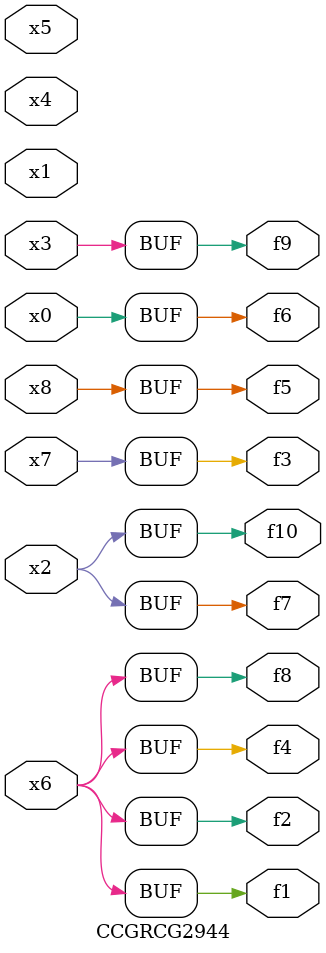
<source format=v>
module CCGRCG2944(
	input x0, x1, x2, x3, x4, x5, x6, x7, x8,
	output f1, f2, f3, f4, f5, f6, f7, f8, f9, f10
);
	assign f1 = x6;
	assign f2 = x6;
	assign f3 = x7;
	assign f4 = x6;
	assign f5 = x8;
	assign f6 = x0;
	assign f7 = x2;
	assign f8 = x6;
	assign f9 = x3;
	assign f10 = x2;
endmodule

</source>
